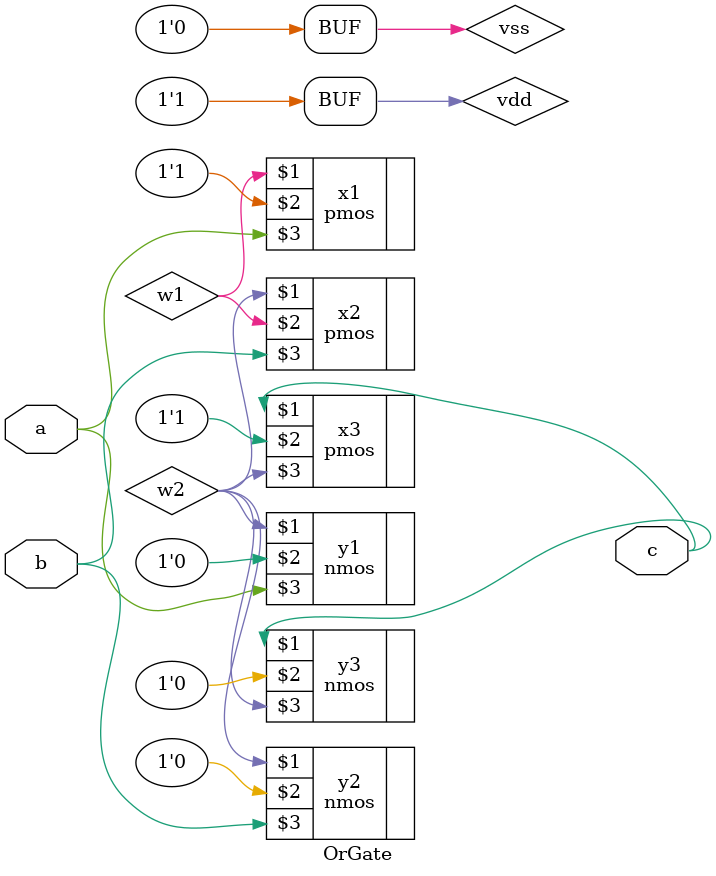
<source format=v>

module OrGate(a,b,c);

//i/o ports
input a,b;
output c;

//declare wires
wire w1,w2;

//declare supply and ground
supply1 vdd;
supply0 vss;

//stage one

//pull up network
pmos x1(w1,vdd,a);
pmos x2(w2,w1,b);

//pull down network
nmos y1(w2,vss,a);
nmos y2(w2,vss,b);

//stage two

//pull up network
pmos x3(c,vdd,w2);

//pull down network
nmos y3(c,vss,w2);

//endmodule
endmodule

</source>
